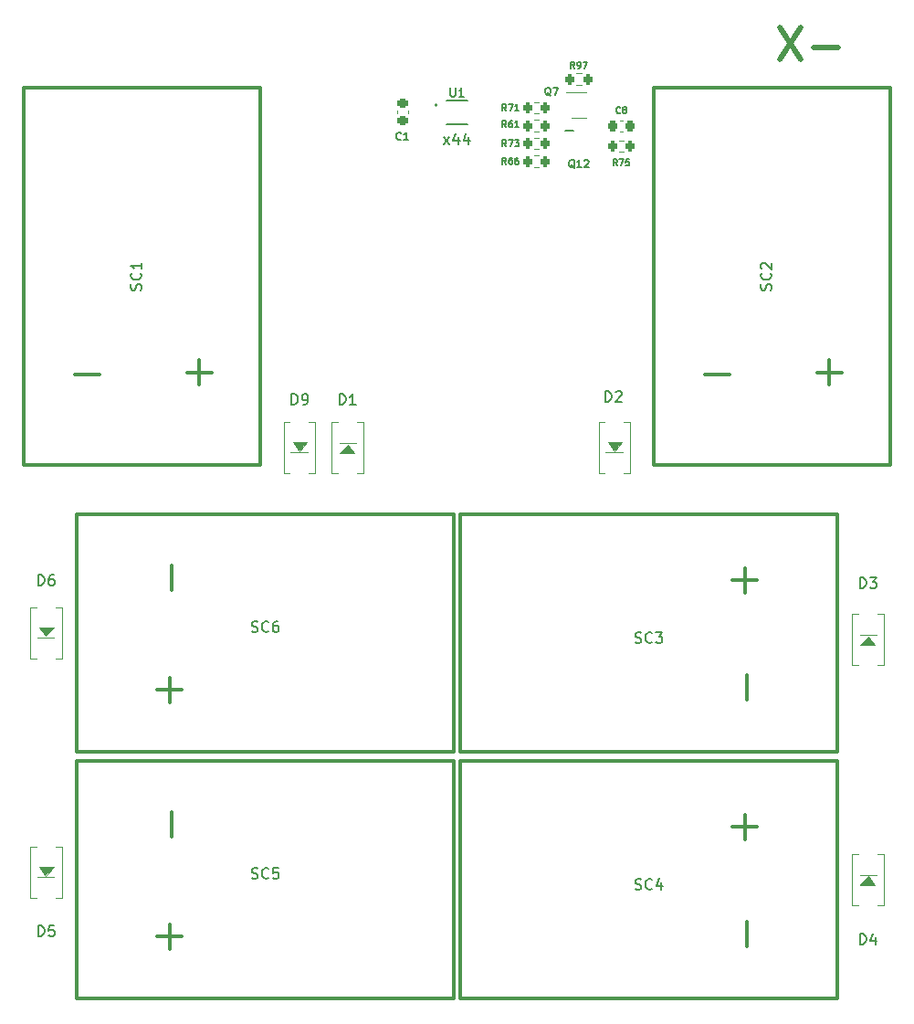
<source format=gto>
%TF.GenerationSoftware,KiCad,Pcbnew,(6.0.5)*%
%TF.CreationDate,2022-07-09T16:24:38-07:00*%
%TF.ProjectId,solar-panel-side-X-minus,736f6c61-722d-4706-916e-656c2d736964,rev?*%
%TF.SameCoordinates,Original*%
%TF.FileFunction,Legend,Top*%
%TF.FilePolarity,Positive*%
%FSLAX46Y46*%
G04 Gerber Fmt 4.6, Leading zero omitted, Abs format (unit mm)*
G04 Created by KiCad (PCBNEW (6.0.5)) date 2022-07-09 16:24:38*
%MOMM*%
%LPD*%
G01*
G04 APERTURE LIST*
G04 Aperture macros list*
%AMRoundRect*
0 Rectangle with rounded corners*
0 $1 Rounding radius*
0 $2 $3 $4 $5 $6 $7 $8 $9 X,Y pos of 4 corners*
0 Add a 4 corners polygon primitive as box body*
4,1,4,$2,$3,$4,$5,$6,$7,$8,$9,$2,$3,0*
0 Add four circle primitives for the rounded corners*
1,1,$1+$1,$2,$3*
1,1,$1+$1,$4,$5*
1,1,$1+$1,$6,$7*
1,1,$1+$1,$8,$9*
0 Add four rect primitives between the rounded corners*
20,1,$1+$1,$2,$3,$4,$5,0*
20,1,$1+$1,$4,$5,$6,$7,0*
20,1,$1+$1,$6,$7,$8,$9,0*
20,1,$1+$1,$8,$9,$2,$3,0*%
G04 Aperture macros list end*
%ADD10C,0.150000*%
%ADD11C,0.500000*%
%ADD12C,0.300000*%
%ADD13C,0.127000*%
%ADD14C,0.120000*%
%ADD15C,0.100000*%
%ADD16C,0.200000*%
%ADD17R,1.700000X2.500000*%
%ADD18C,3.000000*%
%ADD19RoundRect,0.225000X-0.250000X0.225000X-0.250000X-0.225000X0.250000X-0.225000X0.250000X0.225000X0*%
%ADD20R,0.740000X0.270000*%
%ADD21R,0.650000X1.350000*%
%ADD22C,2.600000*%
%ADD23C,3.800000*%
%ADD24RoundRect,0.225000X-0.225000X-0.250000X0.225000X-0.250000X0.225000X0.250000X-0.225000X0.250000X0*%
%ADD25R,0.650000X0.400000*%
%ADD26R,0.600000X0.400000*%
%ADD27RoundRect,0.200000X-0.200000X-0.275000X0.200000X-0.275000X0.200000X0.275000X-0.200000X0.275000X0*%
%ADD28RoundRect,0.200000X0.200000X0.275000X-0.200000X0.275000X-0.200000X-0.275000X0.200000X-0.275000X0*%
G04 APERTURE END LIST*
D10*
X149915714Y-57602380D02*
X150439523Y-56935714D01*
X149915714Y-56935714D02*
X150439523Y-57602380D01*
X151249047Y-56935714D02*
X151249047Y-57602380D01*
X151010952Y-56554761D02*
X150772857Y-57269047D01*
X151391904Y-57269047D01*
X152201428Y-56935714D02*
X152201428Y-57602380D01*
X151963333Y-56554761D02*
X151725238Y-57269047D01*
X152344285Y-57269047D01*
D11*
X181038857Y-46744142D02*
X183038857Y-49744142D01*
X183038857Y-46744142D02*
X181038857Y-49744142D01*
X184181714Y-48601285D02*
X186467428Y-48601285D01*
D10*
X140231904Y-81732380D02*
X140231904Y-80732380D01*
X140470000Y-80732380D01*
X140612857Y-80780000D01*
X140708095Y-80875238D01*
X140755714Y-80970476D01*
X140803333Y-81160952D01*
X140803333Y-81303809D01*
X140755714Y-81494285D01*
X140708095Y-81589523D01*
X140612857Y-81684761D01*
X140470000Y-81732380D01*
X140231904Y-81732380D01*
X141755714Y-81732380D02*
X141184285Y-81732380D01*
X141470000Y-81732380D02*
X141470000Y-80732380D01*
X141374761Y-80875238D01*
X141279523Y-80970476D01*
X141184285Y-81018095D01*
X164869904Y-81478380D02*
X164869904Y-80478380D01*
X165108000Y-80478380D01*
X165250857Y-80526000D01*
X165346095Y-80621238D01*
X165393714Y-80716476D01*
X165441333Y-80906952D01*
X165441333Y-81049809D01*
X165393714Y-81240285D01*
X165346095Y-81335523D01*
X165250857Y-81430761D01*
X165108000Y-81478380D01*
X164869904Y-81478380D01*
X165822285Y-80573619D02*
X165869904Y-80526000D01*
X165965142Y-80478380D01*
X166203238Y-80478380D01*
X166298476Y-80526000D01*
X166346095Y-80573619D01*
X166393714Y-80668857D01*
X166393714Y-80764095D01*
X166346095Y-80906952D01*
X165774666Y-81478380D01*
X166393714Y-81478380D01*
X188491904Y-98750380D02*
X188491904Y-97750380D01*
X188730000Y-97750380D01*
X188872857Y-97798000D01*
X188968095Y-97893238D01*
X189015714Y-97988476D01*
X189063333Y-98178952D01*
X189063333Y-98321809D01*
X189015714Y-98512285D01*
X188968095Y-98607523D01*
X188872857Y-98702761D01*
X188730000Y-98750380D01*
X188491904Y-98750380D01*
X189396666Y-97750380D02*
X190015714Y-97750380D01*
X189682380Y-98131333D01*
X189825238Y-98131333D01*
X189920476Y-98178952D01*
X189968095Y-98226571D01*
X190015714Y-98321809D01*
X190015714Y-98559904D01*
X189968095Y-98655142D01*
X189920476Y-98702761D01*
X189825238Y-98750380D01*
X189539523Y-98750380D01*
X189444285Y-98702761D01*
X189396666Y-98655142D01*
X188491904Y-131770380D02*
X188491904Y-130770380D01*
X188730000Y-130770380D01*
X188872857Y-130818000D01*
X188968095Y-130913238D01*
X189015714Y-131008476D01*
X189063333Y-131198952D01*
X189063333Y-131341809D01*
X189015714Y-131532285D01*
X188968095Y-131627523D01*
X188872857Y-131722761D01*
X188730000Y-131770380D01*
X188491904Y-131770380D01*
X189920476Y-131103714D02*
X189920476Y-131770380D01*
X189682380Y-130722761D02*
X189444285Y-131437047D01*
X190063333Y-131437047D01*
X112291904Y-131008380D02*
X112291904Y-130008380D01*
X112530000Y-130008380D01*
X112672857Y-130056000D01*
X112768095Y-130151238D01*
X112815714Y-130246476D01*
X112863333Y-130436952D01*
X112863333Y-130579809D01*
X112815714Y-130770285D01*
X112768095Y-130865523D01*
X112672857Y-130960761D01*
X112530000Y-131008380D01*
X112291904Y-131008380D01*
X113768095Y-130008380D02*
X113291904Y-130008380D01*
X113244285Y-130484571D01*
X113291904Y-130436952D01*
X113387142Y-130389333D01*
X113625238Y-130389333D01*
X113720476Y-130436952D01*
X113768095Y-130484571D01*
X113815714Y-130579809D01*
X113815714Y-130817904D01*
X113768095Y-130913142D01*
X113720476Y-130960761D01*
X113625238Y-131008380D01*
X113387142Y-131008380D01*
X113291904Y-130960761D01*
X113244285Y-130913142D01*
X112291904Y-98496380D02*
X112291904Y-97496380D01*
X112530000Y-97496380D01*
X112672857Y-97544000D01*
X112768095Y-97639238D01*
X112815714Y-97734476D01*
X112863333Y-97924952D01*
X112863333Y-98067809D01*
X112815714Y-98258285D01*
X112768095Y-98353523D01*
X112672857Y-98448761D01*
X112530000Y-98496380D01*
X112291904Y-98496380D01*
X113720476Y-97496380D02*
X113530000Y-97496380D01*
X113434761Y-97544000D01*
X113387142Y-97591619D01*
X113291904Y-97734476D01*
X113244285Y-97924952D01*
X113244285Y-98305904D01*
X113291904Y-98401142D01*
X113339523Y-98448761D01*
X113434761Y-98496380D01*
X113625238Y-98496380D01*
X113720476Y-98448761D01*
X113768095Y-98401142D01*
X113815714Y-98305904D01*
X113815714Y-98067809D01*
X113768095Y-97972571D01*
X113720476Y-97924952D01*
X113625238Y-97877333D01*
X113434761Y-97877333D01*
X113339523Y-97924952D01*
X113291904Y-97972571D01*
X113244285Y-98067809D01*
X135786904Y-81732380D02*
X135786904Y-80732380D01*
X136025000Y-80732380D01*
X136167857Y-80780000D01*
X136263095Y-80875238D01*
X136310714Y-80970476D01*
X136358333Y-81160952D01*
X136358333Y-81303809D01*
X136310714Y-81494285D01*
X136263095Y-81589523D01*
X136167857Y-81684761D01*
X136025000Y-81732380D01*
X135786904Y-81732380D01*
X136834523Y-81732380D02*
X137025000Y-81732380D01*
X137120238Y-81684761D01*
X137167857Y-81637142D01*
X137263095Y-81494285D01*
X137310714Y-81303809D01*
X137310714Y-80922857D01*
X137263095Y-80827619D01*
X137215476Y-80780000D01*
X137120238Y-80732380D01*
X136929761Y-80732380D01*
X136834523Y-80780000D01*
X136786904Y-80827619D01*
X136739285Y-80922857D01*
X136739285Y-81160952D01*
X136786904Y-81256190D01*
X136834523Y-81303809D01*
X136929761Y-81351428D01*
X137120238Y-81351428D01*
X137215476Y-81303809D01*
X137263095Y-81256190D01*
X137310714Y-81160952D01*
X121824761Y-71111904D02*
X121872380Y-70969047D01*
X121872380Y-70730952D01*
X121824761Y-70635714D01*
X121777142Y-70588095D01*
X121681904Y-70540476D01*
X121586666Y-70540476D01*
X121491428Y-70588095D01*
X121443809Y-70635714D01*
X121396190Y-70730952D01*
X121348571Y-70921428D01*
X121300952Y-71016666D01*
X121253333Y-71064285D01*
X121158095Y-71111904D01*
X121062857Y-71111904D01*
X120967619Y-71064285D01*
X120920000Y-71016666D01*
X120872380Y-70921428D01*
X120872380Y-70683333D01*
X120920000Y-70540476D01*
X121777142Y-69540476D02*
X121824761Y-69588095D01*
X121872380Y-69730952D01*
X121872380Y-69826190D01*
X121824761Y-69969047D01*
X121729523Y-70064285D01*
X121634285Y-70111904D01*
X121443809Y-70159523D01*
X121300952Y-70159523D01*
X121110476Y-70111904D01*
X121015238Y-70064285D01*
X120920000Y-69969047D01*
X120872380Y-69826190D01*
X120872380Y-69730952D01*
X120920000Y-69588095D01*
X120967619Y-69540476D01*
X121872380Y-68588095D02*
X121872380Y-69159523D01*
X121872380Y-68873809D02*
X120872380Y-68873809D01*
X121015238Y-68969047D01*
X121110476Y-69064285D01*
X121158095Y-69159523D01*
D12*
X127214285Y-79882857D02*
X127214285Y-77597142D01*
X128357142Y-78740000D02*
X126071428Y-78740000D01*
X115697142Y-78954285D02*
X117982857Y-78954285D01*
D10*
X180244761Y-71111904D02*
X180292380Y-70969047D01*
X180292380Y-70730952D01*
X180244761Y-70635714D01*
X180197142Y-70588095D01*
X180101904Y-70540476D01*
X180006666Y-70540476D01*
X179911428Y-70588095D01*
X179863809Y-70635714D01*
X179816190Y-70730952D01*
X179768571Y-70921428D01*
X179720952Y-71016666D01*
X179673333Y-71064285D01*
X179578095Y-71111904D01*
X179482857Y-71111904D01*
X179387619Y-71064285D01*
X179340000Y-71016666D01*
X179292380Y-70921428D01*
X179292380Y-70683333D01*
X179340000Y-70540476D01*
X180197142Y-69540476D02*
X180244761Y-69588095D01*
X180292380Y-69730952D01*
X180292380Y-69826190D01*
X180244761Y-69969047D01*
X180149523Y-70064285D01*
X180054285Y-70111904D01*
X179863809Y-70159523D01*
X179720952Y-70159523D01*
X179530476Y-70111904D01*
X179435238Y-70064285D01*
X179340000Y-69969047D01*
X179292380Y-69826190D01*
X179292380Y-69730952D01*
X179340000Y-69588095D01*
X179387619Y-69540476D01*
X179387619Y-69159523D02*
X179340000Y-69111904D01*
X179292380Y-69016666D01*
X179292380Y-68778571D01*
X179340000Y-68683333D01*
X179387619Y-68635714D01*
X179482857Y-68588095D01*
X179578095Y-68588095D01*
X179720952Y-68635714D01*
X180292380Y-69207142D01*
X180292380Y-68588095D01*
D12*
X174117142Y-78954285D02*
X176402857Y-78954285D01*
X185634285Y-79882857D02*
X185634285Y-77597142D01*
X186777142Y-78740000D02*
X184491428Y-78740000D01*
D10*
X167648095Y-103774761D02*
X167790952Y-103822380D01*
X168029047Y-103822380D01*
X168124285Y-103774761D01*
X168171904Y-103727142D01*
X168219523Y-103631904D01*
X168219523Y-103536666D01*
X168171904Y-103441428D01*
X168124285Y-103393809D01*
X168029047Y-103346190D01*
X167838571Y-103298571D01*
X167743333Y-103250952D01*
X167695714Y-103203333D01*
X167648095Y-103108095D01*
X167648095Y-103012857D01*
X167695714Y-102917619D01*
X167743333Y-102870000D01*
X167838571Y-102822380D01*
X168076666Y-102822380D01*
X168219523Y-102870000D01*
X169219523Y-103727142D02*
X169171904Y-103774761D01*
X169029047Y-103822380D01*
X168933809Y-103822380D01*
X168790952Y-103774761D01*
X168695714Y-103679523D01*
X168648095Y-103584285D01*
X168600476Y-103393809D01*
X168600476Y-103250952D01*
X168648095Y-103060476D01*
X168695714Y-102965238D01*
X168790952Y-102870000D01*
X168933809Y-102822380D01*
X169029047Y-102822380D01*
X169171904Y-102870000D01*
X169219523Y-102917619D01*
X169552857Y-102822380D02*
X170171904Y-102822380D01*
X169838571Y-103203333D01*
X169981428Y-103203333D01*
X170076666Y-103250952D01*
X170124285Y-103298571D01*
X170171904Y-103393809D01*
X170171904Y-103631904D01*
X170124285Y-103727142D01*
X170076666Y-103774761D01*
X169981428Y-103822380D01*
X169695714Y-103822380D01*
X169600476Y-103774761D01*
X169552857Y-103727142D01*
D12*
X176657142Y-98004285D02*
X178942857Y-98004285D01*
X177800000Y-99147142D02*
X177800000Y-96861428D01*
X178014285Y-109092857D02*
X178014285Y-106807142D01*
D10*
X167648095Y-126634761D02*
X167790952Y-126682380D01*
X168029047Y-126682380D01*
X168124285Y-126634761D01*
X168171904Y-126587142D01*
X168219523Y-126491904D01*
X168219523Y-126396666D01*
X168171904Y-126301428D01*
X168124285Y-126253809D01*
X168029047Y-126206190D01*
X167838571Y-126158571D01*
X167743333Y-126110952D01*
X167695714Y-126063333D01*
X167648095Y-125968095D01*
X167648095Y-125872857D01*
X167695714Y-125777619D01*
X167743333Y-125730000D01*
X167838571Y-125682380D01*
X168076666Y-125682380D01*
X168219523Y-125730000D01*
X169219523Y-126587142D02*
X169171904Y-126634761D01*
X169029047Y-126682380D01*
X168933809Y-126682380D01*
X168790952Y-126634761D01*
X168695714Y-126539523D01*
X168648095Y-126444285D01*
X168600476Y-126253809D01*
X168600476Y-126110952D01*
X168648095Y-125920476D01*
X168695714Y-125825238D01*
X168790952Y-125730000D01*
X168933809Y-125682380D01*
X169029047Y-125682380D01*
X169171904Y-125730000D01*
X169219523Y-125777619D01*
X170076666Y-126015714D02*
X170076666Y-126682380D01*
X169838571Y-125634761D02*
X169600476Y-126349047D01*
X170219523Y-126349047D01*
D12*
X178014285Y-131952857D02*
X178014285Y-129667142D01*
X176657142Y-120864285D02*
X178942857Y-120864285D01*
X177800000Y-122007142D02*
X177800000Y-119721428D01*
D10*
X132088095Y-125634761D02*
X132230952Y-125682380D01*
X132469047Y-125682380D01*
X132564285Y-125634761D01*
X132611904Y-125587142D01*
X132659523Y-125491904D01*
X132659523Y-125396666D01*
X132611904Y-125301428D01*
X132564285Y-125253809D01*
X132469047Y-125206190D01*
X132278571Y-125158571D01*
X132183333Y-125110952D01*
X132135714Y-125063333D01*
X132088095Y-124968095D01*
X132088095Y-124872857D01*
X132135714Y-124777619D01*
X132183333Y-124730000D01*
X132278571Y-124682380D01*
X132516666Y-124682380D01*
X132659523Y-124730000D01*
X133659523Y-125587142D02*
X133611904Y-125634761D01*
X133469047Y-125682380D01*
X133373809Y-125682380D01*
X133230952Y-125634761D01*
X133135714Y-125539523D01*
X133088095Y-125444285D01*
X133040476Y-125253809D01*
X133040476Y-125110952D01*
X133088095Y-124920476D01*
X133135714Y-124825238D01*
X133230952Y-124730000D01*
X133373809Y-124682380D01*
X133469047Y-124682380D01*
X133611904Y-124730000D01*
X133659523Y-124777619D01*
X134564285Y-124682380D02*
X134088095Y-124682380D01*
X134040476Y-125158571D01*
X134088095Y-125110952D01*
X134183333Y-125063333D01*
X134421428Y-125063333D01*
X134516666Y-125110952D01*
X134564285Y-125158571D01*
X134611904Y-125253809D01*
X134611904Y-125491904D01*
X134564285Y-125587142D01*
X134516666Y-125634761D01*
X134421428Y-125682380D01*
X134183333Y-125682380D01*
X134088095Y-125634761D01*
X134040476Y-125587142D01*
D12*
X124674285Y-121792857D02*
X124674285Y-119507142D01*
X123317142Y-131024285D02*
X125602857Y-131024285D01*
X124460000Y-132167142D02*
X124460000Y-129881428D01*
D10*
X132088095Y-102774761D02*
X132230952Y-102822380D01*
X132469047Y-102822380D01*
X132564285Y-102774761D01*
X132611904Y-102727142D01*
X132659523Y-102631904D01*
X132659523Y-102536666D01*
X132611904Y-102441428D01*
X132564285Y-102393809D01*
X132469047Y-102346190D01*
X132278571Y-102298571D01*
X132183333Y-102250952D01*
X132135714Y-102203333D01*
X132088095Y-102108095D01*
X132088095Y-102012857D01*
X132135714Y-101917619D01*
X132183333Y-101870000D01*
X132278571Y-101822380D01*
X132516666Y-101822380D01*
X132659523Y-101870000D01*
X133659523Y-102727142D02*
X133611904Y-102774761D01*
X133469047Y-102822380D01*
X133373809Y-102822380D01*
X133230952Y-102774761D01*
X133135714Y-102679523D01*
X133088095Y-102584285D01*
X133040476Y-102393809D01*
X133040476Y-102250952D01*
X133088095Y-102060476D01*
X133135714Y-101965238D01*
X133230952Y-101870000D01*
X133373809Y-101822380D01*
X133469047Y-101822380D01*
X133611904Y-101870000D01*
X133659523Y-101917619D01*
X134516666Y-101822380D02*
X134326190Y-101822380D01*
X134230952Y-101870000D01*
X134183333Y-101917619D01*
X134088095Y-102060476D01*
X134040476Y-102250952D01*
X134040476Y-102631904D01*
X134088095Y-102727142D01*
X134135714Y-102774761D01*
X134230952Y-102822380D01*
X134421428Y-102822380D01*
X134516666Y-102774761D01*
X134564285Y-102727142D01*
X134611904Y-102631904D01*
X134611904Y-102393809D01*
X134564285Y-102298571D01*
X134516666Y-102250952D01*
X134421428Y-102203333D01*
X134230952Y-102203333D01*
X134135714Y-102250952D01*
X134088095Y-102298571D01*
X134040476Y-102393809D01*
D12*
X124674285Y-98932857D02*
X124674285Y-96647142D01*
X123317142Y-108164285D02*
X125602857Y-108164285D01*
X124460000Y-109307142D02*
X124460000Y-107021428D01*
D10*
X145933333Y-57146000D02*
X145900000Y-57179333D01*
X145800000Y-57212666D01*
X145733333Y-57212666D01*
X145633333Y-57179333D01*
X145566666Y-57112666D01*
X145533333Y-57046000D01*
X145500000Y-56912666D01*
X145500000Y-56812666D01*
X145533333Y-56679333D01*
X145566666Y-56612666D01*
X145633333Y-56546000D01*
X145733333Y-56512666D01*
X145800000Y-56512666D01*
X145900000Y-56546000D01*
X145933333Y-56579333D01*
X146600000Y-57212666D02*
X146200000Y-57212666D01*
X146400000Y-57212666D02*
X146400000Y-56512666D01*
X146333333Y-56612666D01*
X146266666Y-56679333D01*
X146200000Y-56712666D01*
X150520476Y-52393904D02*
X150520476Y-53041523D01*
X150558571Y-53117714D01*
X150596666Y-53155809D01*
X150672857Y-53193904D01*
X150825238Y-53193904D01*
X150901428Y-53155809D01*
X150939523Y-53117714D01*
X150977619Y-53041523D01*
X150977619Y-52393904D01*
X151777619Y-53193904D02*
X151320476Y-53193904D01*
X151549047Y-53193904D02*
X151549047Y-52393904D01*
X151472857Y-52508190D01*
X151396666Y-52584380D01*
X151320476Y-52622476D01*
X166270000Y-54664285D02*
X166241428Y-54692857D01*
X166155714Y-54721428D01*
X166098571Y-54721428D01*
X166012857Y-54692857D01*
X165955714Y-54635714D01*
X165927142Y-54578571D01*
X165898571Y-54464285D01*
X165898571Y-54378571D01*
X165927142Y-54264285D01*
X165955714Y-54207142D01*
X166012857Y-54150000D01*
X166098571Y-54121428D01*
X166155714Y-54121428D01*
X166241428Y-54150000D01*
X166270000Y-54178571D01*
X166612857Y-54378571D02*
X166555714Y-54350000D01*
X166527142Y-54321428D01*
X166498571Y-54264285D01*
X166498571Y-54235714D01*
X166527142Y-54178571D01*
X166555714Y-54150000D01*
X166612857Y-54121428D01*
X166727142Y-54121428D01*
X166784285Y-54150000D01*
X166812857Y-54178571D01*
X166841428Y-54235714D01*
X166841428Y-54264285D01*
X166812857Y-54321428D01*
X166784285Y-54350000D01*
X166727142Y-54378571D01*
X166612857Y-54378571D01*
X166555714Y-54407142D01*
X166527142Y-54435714D01*
X166498571Y-54492857D01*
X166498571Y-54607142D01*
X166527142Y-54664285D01*
X166555714Y-54692857D01*
X166612857Y-54721428D01*
X166727142Y-54721428D01*
X166784285Y-54692857D01*
X166812857Y-54664285D01*
X166841428Y-54607142D01*
X166841428Y-54492857D01*
X166812857Y-54435714D01*
X166784285Y-54407142D01*
X166727142Y-54378571D01*
X159826333Y-53088333D02*
X159759666Y-53055000D01*
X159693000Y-52988333D01*
X159593000Y-52888333D01*
X159526333Y-52855000D01*
X159459666Y-52855000D01*
X159493000Y-53021666D02*
X159426333Y-52988333D01*
X159359666Y-52921666D01*
X159326333Y-52788333D01*
X159326333Y-52555000D01*
X159359666Y-52421666D01*
X159426333Y-52355000D01*
X159493000Y-52321666D01*
X159626333Y-52321666D01*
X159693000Y-52355000D01*
X159759666Y-52421666D01*
X159793000Y-52555000D01*
X159793000Y-52788333D01*
X159759666Y-52921666D01*
X159693000Y-52988333D01*
X159626333Y-53021666D01*
X159493000Y-53021666D01*
X160026333Y-52321666D02*
X160493000Y-52321666D01*
X160193000Y-53021666D01*
D13*
X162033000Y-59819333D02*
X161966333Y-59786000D01*
X161899666Y-59719333D01*
X161799666Y-59619333D01*
X161733000Y-59586000D01*
X161666333Y-59586000D01*
X161699666Y-59752666D02*
X161633000Y-59719333D01*
X161566333Y-59652666D01*
X161533000Y-59519333D01*
X161533000Y-59286000D01*
X161566333Y-59152666D01*
X161633000Y-59086000D01*
X161699666Y-59052666D01*
X161833000Y-59052666D01*
X161899666Y-59086000D01*
X161966333Y-59152666D01*
X161999666Y-59286000D01*
X161999666Y-59519333D01*
X161966333Y-59652666D01*
X161899666Y-59719333D01*
X161833000Y-59752666D01*
X161699666Y-59752666D01*
X162666333Y-59752666D02*
X162266333Y-59752666D01*
X162466333Y-59752666D02*
X162466333Y-59052666D01*
X162399666Y-59152666D01*
X162333000Y-59219333D01*
X162266333Y-59252666D01*
X162933000Y-59119333D02*
X162966333Y-59086000D01*
X163033000Y-59052666D01*
X163199666Y-59052666D01*
X163266333Y-59086000D01*
X163299666Y-59119333D01*
X163333000Y-59186000D01*
X163333000Y-59252666D01*
X163299666Y-59352666D01*
X162899666Y-59752666D01*
X163333000Y-59752666D01*
D10*
X155697285Y-56024428D02*
X155497285Y-55738714D01*
X155354428Y-56024428D02*
X155354428Y-55424428D01*
X155583000Y-55424428D01*
X155640142Y-55453000D01*
X155668714Y-55481571D01*
X155697285Y-55538714D01*
X155697285Y-55624428D01*
X155668714Y-55681571D01*
X155640142Y-55710142D01*
X155583000Y-55738714D01*
X155354428Y-55738714D01*
X156211571Y-55424428D02*
X156097285Y-55424428D01*
X156040142Y-55453000D01*
X156011571Y-55481571D01*
X155954428Y-55567285D01*
X155925857Y-55681571D01*
X155925857Y-55910142D01*
X155954428Y-55967285D01*
X155983000Y-55995857D01*
X156040142Y-56024428D01*
X156154428Y-56024428D01*
X156211571Y-55995857D01*
X156240142Y-55967285D01*
X156268714Y-55910142D01*
X156268714Y-55767285D01*
X156240142Y-55710142D01*
X156211571Y-55681571D01*
X156154428Y-55653000D01*
X156040142Y-55653000D01*
X155983000Y-55681571D01*
X155954428Y-55710142D01*
X155925857Y-55767285D01*
X156840142Y-56024428D02*
X156497285Y-56024428D01*
X156668714Y-56024428D02*
X156668714Y-55424428D01*
X156611571Y-55510142D01*
X156554428Y-55567285D01*
X156497285Y-55595857D01*
X155697285Y-59453428D02*
X155497285Y-59167714D01*
X155354428Y-59453428D02*
X155354428Y-58853428D01*
X155583000Y-58853428D01*
X155640142Y-58882000D01*
X155668714Y-58910571D01*
X155697285Y-58967714D01*
X155697285Y-59053428D01*
X155668714Y-59110571D01*
X155640142Y-59139142D01*
X155583000Y-59167714D01*
X155354428Y-59167714D01*
X156211571Y-58853428D02*
X156097285Y-58853428D01*
X156040142Y-58882000D01*
X156011571Y-58910571D01*
X155954428Y-58996285D01*
X155925857Y-59110571D01*
X155925857Y-59339142D01*
X155954428Y-59396285D01*
X155983000Y-59424857D01*
X156040142Y-59453428D01*
X156154428Y-59453428D01*
X156211571Y-59424857D01*
X156240142Y-59396285D01*
X156268714Y-59339142D01*
X156268714Y-59196285D01*
X156240142Y-59139142D01*
X156211571Y-59110571D01*
X156154428Y-59082000D01*
X156040142Y-59082000D01*
X155983000Y-59110571D01*
X155954428Y-59139142D01*
X155925857Y-59196285D01*
X156783000Y-58853428D02*
X156668714Y-58853428D01*
X156611571Y-58882000D01*
X156583000Y-58910571D01*
X156525857Y-58996285D01*
X156497285Y-59110571D01*
X156497285Y-59339142D01*
X156525857Y-59396285D01*
X156554428Y-59424857D01*
X156611571Y-59453428D01*
X156725857Y-59453428D01*
X156783000Y-59424857D01*
X156811571Y-59396285D01*
X156840142Y-59339142D01*
X156840142Y-59196285D01*
X156811571Y-59139142D01*
X156783000Y-59110571D01*
X156725857Y-59082000D01*
X156611571Y-59082000D01*
X156554428Y-59110571D01*
X156525857Y-59139142D01*
X156497285Y-59196285D01*
X155697285Y-54500428D02*
X155497285Y-54214714D01*
X155354428Y-54500428D02*
X155354428Y-53900428D01*
X155583000Y-53900428D01*
X155640142Y-53929000D01*
X155668714Y-53957571D01*
X155697285Y-54014714D01*
X155697285Y-54100428D01*
X155668714Y-54157571D01*
X155640142Y-54186142D01*
X155583000Y-54214714D01*
X155354428Y-54214714D01*
X155897285Y-53900428D02*
X156297285Y-53900428D01*
X156040142Y-54500428D01*
X156840142Y-54500428D02*
X156497285Y-54500428D01*
X156668714Y-54500428D02*
X156668714Y-53900428D01*
X156611571Y-53986142D01*
X156554428Y-54043285D01*
X156497285Y-54071857D01*
X155697285Y-57802428D02*
X155497285Y-57516714D01*
X155354428Y-57802428D02*
X155354428Y-57202428D01*
X155583000Y-57202428D01*
X155640142Y-57231000D01*
X155668714Y-57259571D01*
X155697285Y-57316714D01*
X155697285Y-57402428D01*
X155668714Y-57459571D01*
X155640142Y-57488142D01*
X155583000Y-57516714D01*
X155354428Y-57516714D01*
X155897285Y-57202428D02*
X156297285Y-57202428D01*
X156040142Y-57802428D01*
X156468714Y-57202428D02*
X156840142Y-57202428D01*
X156640142Y-57431000D01*
X156725857Y-57431000D01*
X156783000Y-57459571D01*
X156811571Y-57488142D01*
X156840142Y-57545285D01*
X156840142Y-57688142D01*
X156811571Y-57745285D01*
X156783000Y-57773857D01*
X156725857Y-57802428D01*
X156554428Y-57802428D01*
X156497285Y-57773857D01*
X156468714Y-57745285D01*
X165984285Y-59580428D02*
X165784285Y-59294714D01*
X165641428Y-59580428D02*
X165641428Y-58980428D01*
X165870000Y-58980428D01*
X165927142Y-59009000D01*
X165955714Y-59037571D01*
X165984285Y-59094714D01*
X165984285Y-59180428D01*
X165955714Y-59237571D01*
X165927142Y-59266142D01*
X165870000Y-59294714D01*
X165641428Y-59294714D01*
X166184285Y-58980428D02*
X166584285Y-58980428D01*
X166327142Y-59580428D01*
X167098571Y-58980428D02*
X166812857Y-58980428D01*
X166784285Y-59266142D01*
X166812857Y-59237571D01*
X166870000Y-59209000D01*
X167012857Y-59209000D01*
X167070000Y-59237571D01*
X167098571Y-59266142D01*
X167127142Y-59323285D01*
X167127142Y-59466142D01*
X167098571Y-59523285D01*
X167070000Y-59551857D01*
X167012857Y-59580428D01*
X166870000Y-59580428D01*
X166812857Y-59551857D01*
X166784285Y-59523285D01*
X162047285Y-50563428D02*
X161847285Y-50277714D01*
X161704428Y-50563428D02*
X161704428Y-49963428D01*
X161933000Y-49963428D01*
X161990142Y-49992000D01*
X162018714Y-50020571D01*
X162047285Y-50077714D01*
X162047285Y-50163428D01*
X162018714Y-50220571D01*
X161990142Y-50249142D01*
X161933000Y-50277714D01*
X161704428Y-50277714D01*
X162333000Y-50563428D02*
X162447285Y-50563428D01*
X162504428Y-50534857D01*
X162533000Y-50506285D01*
X162590142Y-50420571D01*
X162618714Y-50306285D01*
X162618714Y-50077714D01*
X162590142Y-50020571D01*
X162561571Y-49992000D01*
X162504428Y-49963428D01*
X162390142Y-49963428D01*
X162333000Y-49992000D01*
X162304428Y-50020571D01*
X162275857Y-50077714D01*
X162275857Y-50220571D01*
X162304428Y-50277714D01*
X162333000Y-50306285D01*
X162390142Y-50334857D01*
X162504428Y-50334857D01*
X162561571Y-50306285D01*
X162590142Y-50277714D01*
X162618714Y-50220571D01*
X162818714Y-49963428D02*
X163218714Y-49963428D01*
X162961571Y-50563428D01*
D14*
X139520000Y-88100000D02*
X142420000Y-88100000D01*
X139520000Y-83350000D02*
X139520000Y-88100000D01*
X139520000Y-83350000D02*
X142420000Y-83350000D01*
X142420000Y-83350000D02*
X142420000Y-88100000D01*
X141782800Y-85293200D02*
X140233400Y-85293200D01*
G36*
X141605000Y-86233000D02*
G01*
X140258800Y-86233000D01*
X140995400Y-85420200D01*
X141605000Y-86233000D01*
G37*
D15*
X141605000Y-86233000D02*
X140258800Y-86233000D01*
X140995400Y-85420200D01*
X141605000Y-86233000D01*
D14*
X167185000Y-88100000D02*
X164285000Y-88100000D01*
X167185000Y-83350000D02*
X164285000Y-83350000D01*
X167185000Y-88100000D02*
X167185000Y-83350000D01*
X164922200Y-86156800D02*
X166471600Y-86156800D01*
X164285000Y-88100000D02*
X164285000Y-83350000D01*
G36*
X165709600Y-86029800D02*
G01*
X165100000Y-85217000D01*
X166446200Y-85217000D01*
X165709600Y-86029800D01*
G37*
D15*
X165709600Y-86029800D02*
X165100000Y-85217000D01*
X166446200Y-85217000D01*
X165709600Y-86029800D01*
D14*
X187780000Y-101130000D02*
X190680000Y-101130000D01*
X187780000Y-105880000D02*
X190680000Y-105880000D01*
X190680000Y-101130000D02*
X190680000Y-105880000D01*
X190042800Y-103073200D02*
X188493400Y-103073200D01*
X187780000Y-101130000D02*
X187780000Y-105880000D01*
G36*
X189865000Y-104013000D02*
G01*
X188518800Y-104013000D01*
X189255400Y-103200200D01*
X189865000Y-104013000D01*
G37*
D15*
X189865000Y-104013000D02*
X188518800Y-104013000D01*
X189255400Y-103200200D01*
X189865000Y-104013000D01*
D14*
X187780000Y-123355000D02*
X190680000Y-123355000D01*
X187780000Y-128105000D02*
X190680000Y-128105000D01*
X187780000Y-123355000D02*
X187780000Y-128105000D01*
X190680000Y-123355000D02*
X190680000Y-128105000D01*
X190042800Y-125298200D02*
X188493400Y-125298200D01*
G36*
X189865000Y-126238000D02*
G01*
X188518800Y-126238000D01*
X189255400Y-125425200D01*
X189865000Y-126238000D01*
G37*
D15*
X189865000Y-126238000D02*
X188518800Y-126238000D01*
X189255400Y-125425200D01*
X189865000Y-126238000D01*
D14*
X111580000Y-127470000D02*
X111580000Y-122720000D01*
X114480000Y-127470000D02*
X111580000Y-127470000D01*
X114480000Y-122720000D02*
X111580000Y-122720000D01*
X114480000Y-127470000D02*
X114480000Y-122720000D01*
X112217200Y-125526800D02*
X113766600Y-125526800D01*
G36*
X113004600Y-125399800D02*
G01*
X112395000Y-124587000D01*
X113741200Y-124587000D01*
X113004600Y-125399800D01*
G37*
D15*
X113004600Y-125399800D02*
X112395000Y-124587000D01*
X113741200Y-124587000D01*
X113004600Y-125399800D01*
D14*
X114480000Y-105245000D02*
X114480000Y-100495000D01*
X112217200Y-103301800D02*
X113766600Y-103301800D01*
X111580000Y-105245000D02*
X111580000Y-100495000D01*
X114480000Y-105245000D02*
X111580000Y-105245000D01*
X114480000Y-100495000D02*
X111580000Y-100495000D01*
G36*
X113004600Y-103174800D02*
G01*
X112395000Y-102362000D01*
X113741200Y-102362000D01*
X113004600Y-103174800D01*
G37*
D15*
X113004600Y-103174800D02*
X112395000Y-102362000D01*
X113741200Y-102362000D01*
X113004600Y-103174800D01*
D14*
X135075000Y-88100000D02*
X135075000Y-83350000D01*
X137975000Y-83350000D02*
X135075000Y-83350000D01*
X135712200Y-86156800D02*
X137261600Y-86156800D01*
X137975000Y-88100000D02*
X135075000Y-88100000D01*
X137975000Y-88100000D02*
X137975000Y-83350000D01*
G36*
X136499600Y-86029800D02*
G01*
X135890000Y-85217000D01*
X137236200Y-85217000D01*
X136499600Y-86029800D01*
G37*
D15*
X136499600Y-86029800D02*
X135890000Y-85217000D01*
X137236200Y-85217000D01*
X136499600Y-86029800D01*
D12*
X132920000Y-87350000D02*
X110920000Y-87350000D01*
X110920000Y-52350000D02*
X132920000Y-52350000D01*
X132920000Y-52350000D02*
X132920000Y-87350000D01*
X110920000Y-87350000D02*
X110920000Y-52350000D01*
X169340000Y-87350000D02*
X169340000Y-52350000D01*
X191340000Y-87350000D02*
X169340000Y-87350000D01*
X169340000Y-52350000D02*
X191340000Y-52350000D01*
X191340000Y-52350000D02*
X191340000Y-87350000D01*
X151410000Y-91870000D02*
X186410000Y-91870000D01*
X186410000Y-91870000D02*
X186410000Y-113870000D01*
X186410000Y-113870000D02*
X151410000Y-113870000D01*
X151410000Y-113870000D02*
X151410000Y-91870000D01*
X186410000Y-136730000D02*
X151410000Y-136730000D01*
X151410000Y-114730000D02*
X186410000Y-114730000D01*
X186410000Y-114730000D02*
X186410000Y-136730000D01*
X151410000Y-136730000D02*
X151410000Y-114730000D01*
X150850000Y-136730000D02*
X115850000Y-136730000D01*
X115850000Y-136730000D02*
X115850000Y-114730000D01*
X150850000Y-114730000D02*
X150850000Y-136730000D01*
X115850000Y-114730000D02*
X150850000Y-114730000D01*
X115850000Y-113870000D02*
X115850000Y-91870000D01*
X150850000Y-113870000D02*
X115850000Y-113870000D01*
X150850000Y-91870000D02*
X150850000Y-113870000D01*
X115850000Y-91870000D02*
X150850000Y-91870000D01*
D14*
X145540000Y-54469420D02*
X145540000Y-54750580D01*
X146560000Y-54469420D02*
X146560000Y-54750580D01*
D13*
X150130000Y-53511000D02*
X152130000Y-53511000D01*
X150130000Y-55709000D02*
X152130000Y-55709000D01*
D16*
X149295000Y-53960000D02*
G75*
G03*
X149295000Y-53960000I-100000J0D01*
G01*
D14*
X166229420Y-56390000D02*
X166510580Y-56390000D01*
X166229420Y-55370000D02*
X166510580Y-55370000D01*
X161733000Y-55135000D02*
X163133000Y-55135000D01*
X163133000Y-52815000D02*
X161233000Y-52815000D01*
D16*
X161193000Y-56331000D02*
X161933000Y-56331000D01*
D14*
X158258742Y-56402500D02*
X158733258Y-56402500D01*
X158258742Y-55357500D02*
X158733258Y-55357500D01*
X158258742Y-59704500D02*
X158733258Y-59704500D01*
X158258742Y-58659500D02*
X158733258Y-58659500D01*
X158733258Y-54751500D02*
X158258742Y-54751500D01*
X158733258Y-53706500D02*
X158258742Y-53706500D01*
X158258742Y-58053500D02*
X158733258Y-58053500D01*
X158258742Y-57008500D02*
X158733258Y-57008500D01*
X166607258Y-58307500D02*
X166132742Y-58307500D01*
X166607258Y-57262500D02*
X166132742Y-57262500D01*
X162670258Y-52084500D02*
X162195742Y-52084500D01*
X162670258Y-51039500D02*
X162195742Y-51039500D01*
%LPC*%
D17*
X140970000Y-83725000D03*
X140970000Y-87725000D03*
X165735000Y-87725000D03*
X165735000Y-83725000D03*
X189230000Y-101505000D03*
X189230000Y-105505000D03*
X189230000Y-123730000D03*
X189230000Y-127730000D03*
X113030000Y-127095000D03*
X113030000Y-123095000D03*
X113030000Y-104870000D03*
X113030000Y-100870000D03*
X136525000Y-87725000D03*
X136525000Y-83725000D03*
D18*
X126420000Y-82850000D03*
X117420000Y-82850000D03*
X184840000Y-82850000D03*
X175840000Y-82850000D03*
X181910000Y-98370000D03*
X181910000Y-107370000D03*
X181910000Y-121230000D03*
X181910000Y-130230000D03*
X120350000Y-130230000D03*
X120350000Y-121230000D03*
X120350000Y-107370000D03*
X120350000Y-98370000D03*
D19*
X146050000Y-53835000D03*
X146050000Y-55385000D03*
D20*
X150135000Y-53960000D03*
X150135000Y-54610000D03*
X150135000Y-55260000D03*
X152125000Y-55260000D03*
X152125000Y-54610000D03*
X152125000Y-53960000D03*
D21*
X151130000Y-54610000D03*
D22*
X189660000Y-46150000D03*
D23*
X189660000Y-46150000D03*
D22*
X151160000Y-46150000D03*
D23*
X151160000Y-46150000D03*
X112660000Y-46150000D03*
D22*
X112660000Y-46150000D03*
X112660000Y-93150000D03*
D23*
X112660000Y-93150000D03*
D22*
X112660000Y-140150000D03*
D23*
X112660000Y-140150000D03*
X151160000Y-140150000D03*
D22*
X151160000Y-140150000D03*
X189660000Y-140150000D03*
D23*
X189660000Y-140150000D03*
X189660000Y-93150000D03*
D22*
X189660000Y-93150000D03*
D24*
X165595000Y-55880000D03*
X167145000Y-55880000D03*
D25*
X161483000Y-53325000D03*
X161483000Y-53975000D03*
X161483000Y-54625000D03*
X163383000Y-54625000D03*
X163383000Y-53975000D03*
X163383000Y-53325000D03*
D26*
X161483000Y-56881000D03*
X161483000Y-57531000D03*
X161483000Y-58181000D03*
X163383000Y-58181000D03*
X163383000Y-57531000D03*
X163383000Y-56881000D03*
D27*
X157671000Y-55880000D03*
X159321000Y-55880000D03*
X157671000Y-59182000D03*
X159321000Y-59182000D03*
D28*
X159321000Y-54229000D03*
X157671000Y-54229000D03*
D27*
X157671000Y-57531000D03*
X159321000Y-57531000D03*
D28*
X167195000Y-57785000D03*
X165545000Y-57785000D03*
X163258000Y-51562000D03*
X161608000Y-51562000D03*
M02*

</source>
